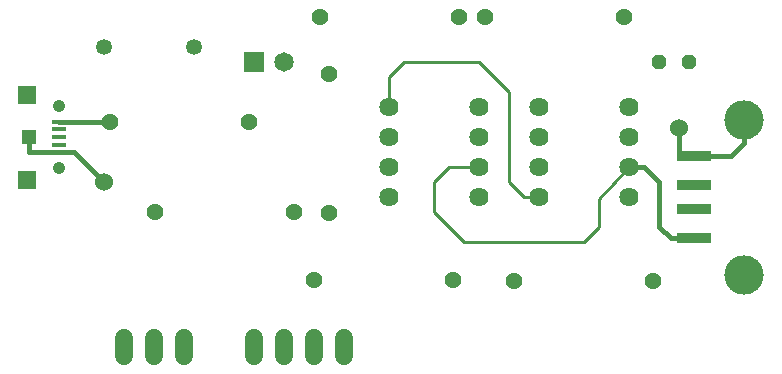
<source format=gbr>
G04 EAGLE Gerber RS-274X export*
G75*
%MOMM*%
%FSLAX34Y34*%
%LPD*%
%INTop Copper*%
%IPPOS*%
%AMOC8*
5,1,8,0,0,1.08239X$1,22.5*%
G01*
G04 Define Apertures*
%ADD10C,1.651000*%
%ADD11R,1.651000X1.651000*%
%ADD12C,1.430000*%
%ADD13C,1.625600*%
%ADD14C,3.327400*%
%ADD15R,3.000000X0.900000*%
%ADD16C,1.350000*%
%ADD17C,1.524000*%
%ADD18P,1.31965X8X22.5*%
%ADD19R,1.250000X0.400000*%
%ADD20C,1.050000*%
%ADD21R,1.500000X1.500000*%
%ADD22R,1.270000X1.270000*%
%ADD23C,0.254000*%
%ADD24C,0.406400*%
%ADD25C,1.524000*%
D10*
X241100Y342900D03*
D11*
X216100Y342900D03*
D12*
X131700Y215900D03*
X249300Y215900D03*
X279400Y215520D03*
X279400Y333120D03*
X211200Y292100D03*
X93600Y292100D03*
X383920Y158552D03*
X266320Y158552D03*
D13*
X330200Y304800D03*
X330200Y279400D03*
X406400Y279400D03*
X406400Y304800D03*
X330200Y254000D03*
X330200Y228600D03*
X406400Y254000D03*
X406400Y228600D03*
D14*
X630400Y294259D03*
X630400Y162941D03*
D15*
X588280Y218600D03*
X588280Y193600D03*
X588280Y238600D03*
X588280Y263600D03*
D16*
X165100Y355600D03*
X88900Y355600D03*
D17*
X241300Y109220D02*
X241300Y93980D01*
X215900Y93980D02*
X215900Y109220D01*
D13*
X457200Y304800D03*
X457200Y279400D03*
X533400Y279400D03*
X533400Y304800D03*
X457200Y254000D03*
X457200Y228600D03*
X533400Y254000D03*
X533400Y228600D03*
D18*
X558800Y342900D03*
X584200Y342900D03*
D12*
X553428Y157480D03*
X435828Y157480D03*
X411100Y381000D03*
X528700Y381000D03*
X271400Y381000D03*
X389000Y381000D03*
D17*
X266700Y109220D02*
X266700Y93980D01*
X292100Y93980D02*
X292100Y109220D01*
D19*
X50400Y266400D03*
X50400Y272900D03*
X50400Y279400D03*
X50400Y285900D03*
X50400Y292400D03*
D20*
X50400Y253400D03*
X50400Y305400D03*
D21*
X23900Y243400D03*
X23900Y315400D03*
D22*
X25400Y279400D03*
D17*
X105410Y109220D02*
X105410Y93980D01*
X130810Y93980D02*
X130810Y109220D01*
X156210Y109220D02*
X156210Y93980D01*
D23*
X330200Y304800D02*
X330200Y330200D01*
X342900Y342900D01*
X406400Y342900D01*
X431800Y317500D01*
X431800Y241300D01*
X444500Y228600D01*
X457200Y228600D01*
D24*
X93300Y292400D02*
X50400Y292400D01*
X93300Y292400D02*
X93600Y292100D01*
X588280Y263600D02*
X619200Y263600D01*
X630400Y274800D01*
X630400Y294259D01*
X575870Y263600D02*
X575310Y264160D01*
X575870Y263600D02*
X588280Y263600D01*
X575310Y264160D02*
X575310Y287020D01*
D25*
X575310Y287020D03*
X88600Y241000D03*
D24*
X25400Y279400D02*
X24150Y279400D01*
X25400Y279400D02*
X25400Y266700D01*
X25700Y266400D01*
X50400Y266400D01*
X63200Y266400D01*
X88600Y241000D01*
X568400Y193600D02*
X588280Y193600D01*
X568400Y193600D02*
X558800Y203200D01*
X558800Y241300D01*
X546100Y254000D01*
X533400Y254000D01*
D23*
X508000Y227000D01*
X508000Y203200D01*
X495300Y190500D01*
X393700Y190500D01*
X368300Y215900D01*
X368300Y241300D01*
X381000Y254000D01*
X406400Y254000D01*
M02*

</source>
